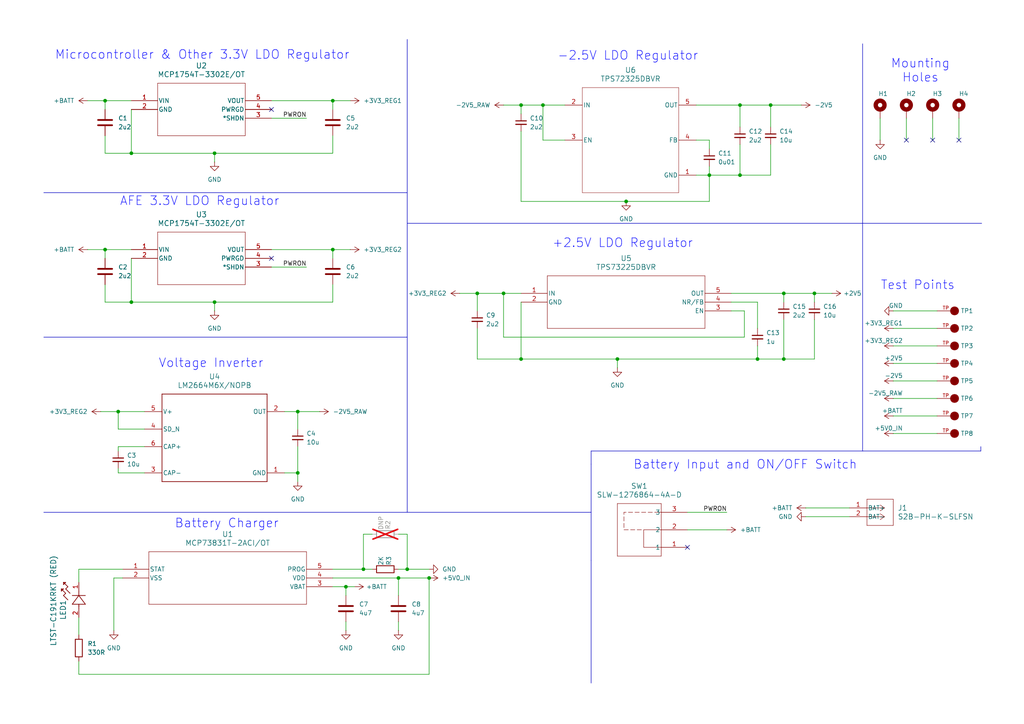
<source format=kicad_sch>
(kicad_sch (version 20250114) (generator "eeschema") (generator_version "9.0")
  (paper "A4")
  (lib_symbols
    (symbol "HANDS-EMG-BOARD:+2V5" (power) (pin_numbers (hide yes)) (pin_names (offset 0) (hide yes))
      (property "Value" "+2V5" (at 0 3.556 0))
      (symbol "+2V5_1_1"
        (pin power_in line (at 0 0 90) (length 0) (name "~") (number "1"))
      )
    )
    (symbol "HANDS-EMG-BOARD:+3V3_REG1" (power) (pin_numbers (hide yes)) (pin_names (offset 0) (hide yes))
      (property "Value" "+3V3_REG1" (at 0 3.556 0))
      (symbol "+3V3_REG1_1_1"
        (pin power_in line (at 0 0 90) (length 0) (name "~") (number "1"))
      )
    )
    (symbol "HANDS-EMG-BOARD:+3V3_REG2" (power) (pin_numbers (hide yes)) (pin_names (offset 0) (hide yes))
      (property "Value" "+3V3_REG2" (at 0 3.556 0))
      (symbol "+3V3_REG2_1_1"
        (pin power_in line (at 0 0 90) (length 0) (name "~") (number "1"))
      )
    )
    (symbol "HANDS-EMG-BOARD:+5V0_IN" (power) (pin_numbers (hide yes)) (pin_names (offset 0) (hide yes))
      (property "Value" "+5V0_IN" (at 0 3.556 0))
      (symbol "+5V0_IN_1_1"
        (pin power_in line (at 0 0 90) (length 0) (name "~") (number "1"))
      )
    )
    (symbol "HANDS-EMG-BOARD:+BATT" (power) (pin_numbers (hide yes)) (pin_names (offset 0) (hide yes))
      (property "Value" "+BATT" (at 0 3.556 0))
      (symbol "+BATT_1_1"
        (pin power_in line (at 0 0 90) (length 0) (name "~") (number "1"))
      )
    )
    (symbol "HANDS-EMG-BOARD:-2V5" (power) (pin_numbers (hide yes)) (pin_names (offset 0) (hide yes))
      (property "Value" "-2V5" (at 0 3.556 0))
      (symbol "-2V5_1_1"
        (pin power_in line (at 0 0 90) (length 0) (name "~") (number "1"))
      )
    )
    (symbol "HANDS-EMG-BOARD:-2V5_RAW" (power) (pin_numbers (hide yes)) (pin_names (offset 0) (hide yes))
      (property "Value" "-2V5_RAW" (at 0 3.556 0))
      (symbol "-2V5_RAW_1_1"
        (pin power_in line (at 0 0 90) (length 0) (name "~") (number "1"))
      )
    )
    (symbol "HANDS-EMG-BOARD:5015" (pin_names (offset 1.016))
      (property "Reference" "TP" (at -2.5444 2.5415 0))
      (property "Value" "5015" (at -2.55 -5.0866 0))
      (symbol "5015_0_0"
        (pin passive line (at -5.08 0 0) (length 5.08) (name "~") (number "TP"))
      )
    )
    (symbol "HANDS-EMG-BOARD:C" (pin_numbers (hide yes)) (pin_names (offset 0.254))
      (property "Reference" "C" (at 0.635 2.54 0))
      (property "Value" "C" (at 0.635 -2.54 0))
      (symbol "C_1_1"
        (pin passive line (at 0 3.81 270) (length 2.794) (name "~") (number "1"))
        (pin passive line (at 0 -3.81 90) (length 2.794) (name "~") (number "2"))
      )
    )
    (symbol "HANDS-EMG-BOARD:C_Small" (pin_numbers (hide yes)) (pin_names (offset 0.254) (hide yes))
      (property "Reference" "C" (at 0.254 1.778 0))
      (property "Value" "C_Small" (at 0.254 -2.032 0))
      (symbol "C_Small_1_1"
        (pin passive line (at 0 2.54 270) (length 2.032) (name "~") (number "1"))
        (pin passive line (at 0 -2.54 90) (length 2.032) (name "~") (number "2"))
      )
    )
    (symbol "HANDS-EMG-BOARD:GND" (power) (pin_numbers (hide yes)) (pin_names (offset 0) (hide yes))
      (property "Value" "GND" (at 0 -3.81 0))
      (symbol "GND_1_1"
        (pin power_in line (at 0 0 270) (length 0) (name "~") (number "1"))
      )
    )
    (symbol "HANDS-EMG-BOARD:LM2664M6X_NOPB" (pin_names (offset 0.254))
      (property "Reference" "U" (at 0 2.54 0))
      (property "Value" "LM2664M6X/NOPB" (at 0 0 0))
      (symbol "LM2664M6X_NOPB_0_1"
        (pin power_in line (at -20.32 7.62 0) (length 5.08) (name "V+") (number "5"))
        (pin input line (at -20.32 2.54 0) (length 5.08) (name "SD_N") (number "4"))
        (pin power_in line (at -20.32 -2.54 0) (length 5.08) (name "CAP+") (number "6"))
        (pin power_in line (at -20.32 -10.16 0) (length 5.08) (name "CAP-") (number "3"))
        (pin power_in line (at 20.32 7.62 180) (length 5.08) (name "OUT") (number "2"))
        (pin power_in line (at 20.32 -10.16 180) (length 5.08) (name "GND") (number "1"))
      )
    )
    (symbol "HANDS-EMG-BOARD:LTST-C191KRKT" (pin_names (offset 0.254))
      (property "Reference" "LED" (at 5.08 -4.445 0))
      (property "Value" "LTST-C191KRKT" (at 5.08 -7.62 0))
      (symbol "LTST-C191KRKT_1_1"
        (pin unspecified line (at 0 0 0) (length 2.54) (name "") (number "2"))
        (pin unspecified line (at 10.16 0 180) (length 2.54) (name "") (number "1"))
      )
      (symbol "LTST-C191KRKT_1_2"
        (pin unspecified line (at 0 10.16 270) (length 2.54) (name "") (number "1"))
        (pin unspecified line (at 0 0 90) (length 2.54) (name "") (number "2"))
      )
    )
    (symbol "HANDS-EMG-BOARD:MCP1754T-3302E_OT" (pin_names (offset 0.254))
      (property "Reference" "U" (at 20.32 10.16 0))
      (property "Value" "MCP1754T-3302E/OT" (at 20.32 7.62 0))
      (symbol "MCP1754T-3302E_OT_0_1"
        (pin input line (at 0 0 0) (length 7.62) (name "VIN") (number "1"))
        (pin power_in line (at 0 -2.54 0) (length 7.62) (name "GND") (number "2"))
        (pin output line (at 40.64 0 180) (length 7.62) (name "VOUT") (number "5"))
        (pin output line (at 40.64 -2.54 180) (length 7.62) (name "PWRGD") (number "4"))
        (pin input line (at 40.64 -5.08 180) (length 7.62) (name "*SHDN") (number "3"))
      )
    )
    (symbol "HANDS-EMG-BOARD:MCP73831T-2ACI_OT" (pin_names (offset 0.254))
      (property "Reference" "U" (at 30.48 10.16 0))
      (property "Value" "MCP73831T-2ACI/OT" (at 30.48 7.62 0))
      (symbol "MCP73831T-2ACI_OT_0_1"
        (pin unspecified line (at 0 0 0) (length 7.62) (name "STAT") (number "1"))
        (pin unspecified line (at 0 -2.54 0) (length 7.62) (name "VSS") (number "2"))
        (pin unspecified line (at 60.96 0 180) (length 7.62) (name "PROG") (number "5"))
        (pin unspecified line (at 60.96 -2.54 180) (length 7.62) (name "VDD") (number "4"))
        (pin unspecified line (at 60.96 -5.08 180) (length 7.62) (name "VBAT") (number "3"))
      )
    )
    (symbol "HANDS-EMG-BOARD:R" (pin_numbers (hide yes)) (pin_names (offset 0))
      (property "Reference" "R" (at 2.032 0 90))
      (property "Value" "R" (at 0 0 90))
      (symbol "R_1_1"
        (pin passive line (at 0 3.81 270) (length 1.27) (name "~") (number "1"))
        (pin passive line (at 0 -3.81 90) (length 1.27) (name "~") (number "2"))
      )
    )
    (symbol "HANDS-EMG-BOARD:S2B-PH-K-SLFSN" (pin_names (offset 0.254))
      (property "Reference" "J" (at 8.89 6.35 0))
      (property "Value" "S2B-PH-K-SLFSN" (at 0 0 0))
      (symbol "S2B-PH-K-SLFSN_1_1"
        (pin unspecified line (at 0 0 0) (length 5.08) (name "BAT+") (number "1"))
        (pin unspecified line (at 0 -2.54 0) (length 5.08) (name "BAT-") (number "2"))
      )
      (symbol "S2B-PH-K-SLFSN_1_2"
        (pin unspecified line (at 0 0 0) (length 5.08) (name "BAT+") (number "1"))
        (pin unspecified line (at 0 -2.54 0) (length 5.08) (name "BAT-") (number "2"))
      )
    )
    (symbol "HANDS-EMG-BOARD:SLW-1276864-4A-D" (pin_names (offset 0.254))
      (property "Reference" "SW" (at 20.32 7.62 0))
      (property "Value" "SLW-1276864-4A-D" (at 20.32 5.08 0))
      (symbol "SLW-1276864-4A-D_0_1"
        (pin unspecified line (at 0 0 0) (length 7.62) (name "1") (number "1"))
        (pin unspecified line (at 0 -5.08 0) (length 7.62) (name "2") (number "2"))
        (pin unspecified line (at 0 -10.16 0) (length 7.62) (name "3") (number "3"))
      )
    )
    (symbol "HANDS-EMG-BOARD:TPS72325DBVR" (pin_names (offset 0.254))
      (property "Reference" "U" (at 0 2.54 0))
      (property "Value" "TPS72325DBVR" (at 0 0 0))
      (symbol "TPS72325DBVR_0_1"
        (pin power_in line (at -17.78 10.16 0) (length 5.08) (name "IN") (number "2"))
        (pin input line (at -17.78 0 0) (length 5.08) (name "EN") (number "3"))
        (pin power_in line (at 20.32 10.16 180) (length 5.08) (name "OUT") (number "5"))
        (pin input line (at 20.32 0 180) (length 5.08) (name "FB") (number "4"))
        (pin power_in line (at 20.32 -10.16 180) (length 5.08) (name "GND") (number "1"))
      )
    )
    (symbol "HANDS-EMG-BOARD:TPS73225DBVR" (pin_names (offset 0.254))
      (property "Reference" "U" (at 30.48 10.16 0))
      (property "Value" "TPS73225DBVR" (at 30.48 7.62 0))
      (symbol "TPS73225DBVR_0_1"
        (pin input line (at 0 0 0) (length 7.62) (name "IN") (number "1"))
        (pin power_in line (at 0 -2.54 0) (length 7.62) (name "GND") (number "2"))
        (pin output line (at 60.96 0 180) (length 7.62) (name "OUT") (number "5"))
        (pin bidirectional line (at 60.96 -2.54 180) (length 7.62) (name "NR/FB") (number "4"))
        (pin unspecified line (at 60.96 -5.08 180) (length 7.62) (name "EN") (number "3"))
      )
    )
    (symbol "Mechanical:MountingHole_Pad" (pin_numbers (hide yes)) (pin_names (offset 1.016) (hide yes)) (exclude_from_sim yes) (in_bom no)
      (property "Reference" "H" (at 0 6.35 0))
      (property "Value" "MountingHole_Pad" (at 0 4.445 0))
      (symbol "MountingHole_Pad_1_1"
        (pin input line (at 0 -2.54 90) (length 2.54) (name "1") (number "1"))
      )
    )
  )
  (text "Battery Charger" (at 65.786 151.892 0) (effects (font (size 2.54 2.54))))
  (text "+2.5V LDO Regulator" (at 180.594 70.612 0) (effects (font (size 2.54 2.54))))
  (text "AFE 3.3V LDO Regulator" (at 57.912 58.42 0) (effects (font (size 2.54 2.54))))
  (text "Test Points" (at 266.192 82.804 0) (effects (font (size 2.54 2.54))))
  (text "Mounting\nHoles" (at 266.954 20.574 0) (effects (font (size 2.54 2.54))))
  (text "-2.5V LDO Regulator" (at 182.118 16.256 0) (effects (font (size 2.54 2.54))))
  (text "Voltage Inverter" (at 61.214 105.41 0) (effects (font (size 2.54 2.54))))
  (text "Microcontroller & Other 3.3V LDO Regulator" (at 58.674 16.002 0) (effects (font (size 2.54 2.54))))
  (text "Battery Input and ON/OFF Switch" (at 216.154 134.874 0) (effects (font (size 2.54 2.54))))
  (junction (at 100.33 170.18))
  (junction (at 179.07 104.14))
  (junction (at 62.23 44.45))
  (junction (at 138.43 85.09))
  (junction (at 227.33 104.14))
  (junction (at 86.36 119.38))
  (junction (at 30.48 72.39))
  (junction (at 219.71 104.14))
  (junction (at 30.48 29.21))
  (junction (at 205.74 50.8))
  (junction (at 157.48 30.48))
  (junction (at 105.41 165.1))
  (junction (at 96.52 72.39))
  (junction (at 62.23 87.63))
  (junction (at 146.05 85.09))
  (junction (at 38.1 44.45))
  (junction (at 96.52 29.21))
  (junction (at 214.63 50.8))
  (junction (at 115.57 167.64))
  (junction (at 181.61 58.42))
  (junction (at 118.11 165.1))
  (junction (at 236.22 85.09))
  (junction (at 34.29 119.38))
  (junction (at 86.36 137.16))
  (junction (at 124.46 167.64))
  (junction (at 223.52 30.48))
  (junction (at 151.13 104.14))
  (junction (at 214.63 30.48))
  (junction (at 151.13 30.48))
  (junction (at 38.1 87.63))
  (junction (at 227.33 85.09))
  (no_connect (at 78.74 74.93))
  (no_connect (at 270.51 40.64))
  (no_connect (at 278.13 40.64))
  (no_connect (at 262.89 40.64))
  (no_connect (at 78.74 31.75))
  (no_connect (at 199.39 158.75))
  (wire (pts (xy 146.05 30.48) (xy 151.13 30.48)))
  (polyline (pts (xy 171.45 130.81) (xy 284.48 130.81)))
  (wire (pts (xy 96.52 29.21) (xy 96.52 31.75)))
  (wire (pts (xy 22.86 168.91) (xy 22.86 165.1)))
  (wire (pts (xy 35.56 167.64) (xy 33.02 167.64)))
  (wire (pts (xy 96.52 165.1) (xy 105.41 165.1)))
  (wire (pts (xy 86.36 137.16) (xy 86.36 139.7)))
  (wire (pts (xy 30.48 72.39) (xy 38.1 72.39)))
  (wire (pts (xy 30.48 87.63) (xy 38.1 87.63)))
  (wire (pts (xy 138.43 104.14) (xy 151.13 104.14)))
  (wire (pts (xy 227.33 104.14) (xy 236.22 104.14)))
  (wire (pts (xy 205.74 40.64) (xy 205.74 43.18)))
  (wire (pts (xy 41.91 124.46) (xy 34.29 124.46)))
  (wire (pts (xy 201.93 40.64) (xy 205.74 40.64)))
  (wire (pts (xy 62.23 44.45) (xy 62.23 46.99)))
  (wire (pts (xy 201.93 30.48) (xy 214.63 30.48)))
  (wire (pts (xy 138.43 95.25) (xy 138.43 104.14)))
  (wire (pts (xy 205.74 58.42) (xy 181.61 58.42)))
  (polyline (pts (xy 284.48 129.54) (xy 284.48 130.81)))
  (wire (pts (xy 41.91 137.16) (xy 34.29 137.16)))
  (wire (pts (xy 157.48 30.48) (xy 163.83 30.48)))
  (wire (pts (xy 34.29 129.54) (xy 41.91 129.54)))
  (wire (pts (xy 163.83 40.64) (xy 157.48 40.64)))
  (wire (pts (xy 259.08 105.41) (xy 271.78 105.41)))
  (wire (pts (xy 236.22 85.09) (xy 236.22 87.63)))
  (wire (pts (xy 223.52 30.48) (xy 223.52 36.83)))
  (wire (pts (xy 157.48 40.64) (xy 157.48 30.48)))
  (wire (pts (xy 259.08 115.57) (xy 271.78 115.57)))
  (wire (pts (xy 124.46 167.64) (xy 124.46 195.58)))
  (wire (pts (xy 100.33 170.18) (xy 100.33 172.72)))
  (wire (pts (xy 214.63 30.48) (xy 223.52 30.48)))
  (wire (pts (xy 181.61 58.42) (xy 151.13 58.42)))
  (wire (pts (xy 146.05 85.09) (xy 151.13 85.09)))
  (wire (pts (xy 219.71 100.33) (xy 219.71 104.14)))
  (wire (pts (xy 124.46 195.58) (xy 22.86 195.58)))
  (polyline (pts (xy 12.7 148.59) (xy 118.11 148.59)))
  (wire (pts (xy 38.1 87.63) (xy 62.23 87.63)))
  (wire (pts (xy 100.33 170.18) (xy 102.87 170.18)))
  (wire (pts (xy 30.48 39.37) (xy 30.48 44.45)))
  (wire (pts (xy 205.74 48.26) (xy 205.74 50.8)))
  (wire (pts (xy 270.51 34.29) (xy 270.51 40.64)))
  (wire (pts (xy 30.48 29.21) (xy 30.48 31.75)))
  (wire (pts (xy 259.08 100.33) (xy 271.78 100.33)))
  (wire (pts (xy 96.52 72.39) (xy 96.52 74.93)))
  (wire (pts (xy 205.74 50.8) (xy 214.63 50.8)))
  (wire (pts (xy 259.08 120.65) (xy 271.78 120.65)))
  (wire (pts (xy 215.9 97.79) (xy 146.05 97.79)))
  (wire (pts (xy 255.27 34.29) (xy 255.27 40.64)))
  (wire (pts (xy 223.52 30.48) (xy 232.41 30.48)))
  (wire (pts (xy 215.9 90.17) (xy 215.9 97.79)))
  (wire (pts (xy 219.71 104.14) (xy 227.33 104.14)))
  (wire (pts (xy 62.23 87.63) (xy 96.52 87.63)))
  (wire (pts (xy 107.95 154.94) (xy 105.41 154.94)))
  (polyline (pts (xy 118.11 11.43) (xy 118.11 147.32)))
  (wire (pts (xy 105.41 165.1) (xy 107.95 165.1)))
  (wire (pts (xy 118.11 154.94) (xy 115.57 154.94)))
  (wire (pts (xy 227.33 85.09) (xy 227.33 87.63)))
  (wire (pts (xy 96.52 44.45) (xy 96.52 39.37)))
  (wire (pts (xy 205.74 50.8) (xy 205.74 58.42)))
  (wire (pts (xy 262.89 34.29) (xy 262.89 40.64)))
  (polyline (pts (xy 118.11 148.59) (xy 171.45 148.59)))
  (wire (pts (xy 236.22 85.09) (xy 241.3 85.09)))
  (wire (pts (xy 115.57 180.34) (xy 115.57 182.88)))
  (wire (pts (xy 259.08 110.49) (xy 271.78 110.49)))
  (wire (pts (xy 78.74 34.29) (xy 88.9 34.29)))
  (wire (pts (xy 138.43 85.09) (xy 146.05 85.09)))
  (wire (pts (xy 34.29 124.46) (xy 34.29 119.38)))
  (wire (pts (xy 78.74 77.47) (xy 88.9 77.47)))
  (wire (pts (xy 34.29 130.81) (xy 34.29 129.54)))
  (wire (pts (xy 29.21 119.38) (xy 34.29 119.38)))
  (wire (pts (xy 96.52 72.39) (xy 101.6 72.39)))
  (wire (pts (xy 259.08 95.25) (xy 271.78 95.25)))
  (polyline (pts (xy 250.19 12.7) (xy 250.19 130.81)))
  (wire (pts (xy 78.74 29.21) (xy 96.52 29.21)))
  (wire (pts (xy 151.13 104.14) (xy 179.07 104.14)))
  (wire (pts (xy 22.86 191.77) (xy 22.86 195.58)))
  (wire (pts (xy 151.13 87.63) (xy 151.13 104.14)))
  (wire (pts (xy 179.07 104.14) (xy 179.07 106.68)))
  (wire (pts (xy 212.09 90.17) (xy 215.9 90.17)))
  (wire (pts (xy 214.63 30.48) (xy 214.63 36.83)))
  (wire (pts (xy 62.23 87.63) (xy 62.23 90.17)))
  (wire (pts (xy 86.36 137.16) (xy 86.36 129.54)))
  (wire (pts (xy 86.36 119.38) (xy 86.36 124.46)))
  (wire (pts (xy 86.36 119.38) (xy 92.71 119.38)))
  (polyline (pts (xy 118.11 64.77) (xy 250.19 64.77)))
  (wire (pts (xy 214.63 50.8) (xy 223.52 50.8)))
  (wire (pts (xy 214.63 41.91) (xy 214.63 50.8)))
  (wire (pts (xy 62.23 44.45) (xy 96.52 44.45)))
  (wire (pts (xy 118.11 165.1) (xy 124.46 165.1)))
  (wire (pts (xy 38.1 44.45) (xy 62.23 44.45)))
  (wire (pts (xy 30.48 82.55) (xy 30.48 87.63)))
  (wire (pts (xy 227.33 85.09) (xy 236.22 85.09)))
  (wire (pts (xy 96.52 87.63) (xy 96.52 82.55)))
  (wire (pts (xy 201.93 50.8) (xy 205.74 50.8)))
  (wire (pts (xy 38.1 74.93) (xy 38.1 87.63)))
  (wire (pts (xy 151.13 30.48) (xy 157.48 30.48)))
  (wire (pts (xy 96.52 170.18) (xy 100.33 170.18)))
  (wire (pts (xy 227.33 92.71) (xy 227.33 104.14)))
  (wire (pts (xy 212.09 85.09) (xy 227.33 85.09)))
  (polyline (pts (xy 118.11 148.59) (xy 118.11 147.32)))
  (wire (pts (xy 219.71 87.63) (xy 212.09 87.63)))
  (polyline (pts (xy 171.45 134.62) (xy 171.45 162.56)))
  (wire (pts (xy 219.71 95.25) (xy 219.71 87.63)))
  (wire (pts (xy 34.29 119.38) (xy 41.91 119.38)))
  (polyline (pts (xy 171.45 162.56) (xy 171.45 198.12)))
  (wire (pts (xy 151.13 30.48) (xy 151.13 33.02)))
  (wire (pts (xy 133.35 85.09) (xy 138.43 85.09)))
  (polyline (pts (xy 12.7 55.88) (xy 118.11 55.88)))
  (wire (pts (xy 82.55 137.16) (xy 86.36 137.16)))
  (wire (pts (xy 30.48 44.45) (xy 38.1 44.45)))
  (wire (pts (xy 138.43 85.09) (xy 138.43 90.17)))
  (wire (pts (xy 179.07 104.14) (xy 219.71 104.14)))
  (wire (pts (xy 25.4 72.39) (xy 30.48 72.39)))
  (wire (pts (xy 22.86 165.1) (xy 35.56 165.1)))
  (wire (pts (xy 146.05 97.79) (xy 146.05 85.09)))
  (wire (pts (xy 105.41 154.94) (xy 105.41 165.1)))
  (wire (pts (xy 34.29 137.16) (xy 34.29 135.89)))
  (wire (pts (xy 118.11 154.94) (xy 118.11 165.1)))
  (wire (pts (xy 96.52 29.21) (xy 101.6 29.21)))
  (wire (pts (xy 100.33 180.34) (xy 100.33 182.88)))
  (polyline (pts (xy 250.19 64.77) (xy 284.734 64.77)))
  (wire (pts (xy 25.4 29.21) (xy 30.48 29.21)))
  (polyline (pts (xy 12.7 97.79) (xy 118.11 97.79)))
  (wire (pts (xy 22.86 179.07) (xy 22.86 184.15)))
  (wire (pts (xy 33.02 167.64) (xy 33.02 182.88)))
  (wire (pts (xy 233.68 147.32) (xy 246.38 147.32)))
  (wire (pts (xy 199.39 148.59) (xy 210.82 148.59)))
  (wire (pts (xy 96.52 167.64) (xy 115.57 167.64)))
  (wire (pts (xy 259.08 125.73) (xy 271.78 125.73)))
  (wire (pts (xy 115.57 165.1) (xy 118.11 165.1)))
  (wire (pts (xy 151.13 58.42) (xy 151.13 38.1)))
  (wire (pts (xy 30.48 29.21) (xy 38.1 29.21)))
  (wire (pts (xy 223.52 41.91) (xy 223.52 50.8)))
  (wire (pts (xy 82.55 119.38) (xy 86.36 119.38)))
  (wire (pts (xy 115.57 167.64) (xy 115.57 172.72)))
  (wire (pts (xy 278.13 34.29) (xy 278.13 40.64)))
  (wire (pts (xy 259.08 90.17) (xy 271.78 90.17)))
  (wire (pts (xy 78.74 72.39) (xy 96.52 72.39)))
  (wire (pts (xy 115.57 167.64) (xy 124.46 167.64)))
  (wire (pts (xy 38.1 31.75) (xy 38.1 44.45)))
  (wire (pts (xy 236.22 104.14) (xy 236.22 92.71)))
  (wire (pts (xy 233.68 149.86) (xy 246.38 149.86)))
  (polyline (pts (xy 171.45 134.62) (xy 171.45 130.81)))
  (wire (pts (xy 199.39 153.67) (xy 210.82 153.67)))
  (wire (pts (xy 30.48 72.39) (xy 30.48 74.93)))
  (label "PWRON" (at 88.9 77.47 180))
  (label "PWRON" (at 88.9 34.29 180))
  (label "PWRON" (at 210.82 148.59 180))
  (symbol (lib_id "HANDS-EMG-BOARD:R") (at 111.76 165.1 270) (unit 1)
    (property "Reference" "R3" (at 112.776 161.29 0) (effects (justify left)))
    (property "Value" "2K" (at 110.49 161.29 0) (effects (justify left)))
    (property "Footprint" "Resistor_SMD:R_0603_1608Metric" (effects (hide yes)))
    (property "Description" "Resistor" (effects (hide yes)))
  )
  (symbol (lib_id "HANDS-EMG-BOARD:+BATT") (at 25.4 72.39 90) (unit 1)
    (property "Reference" "#PWR02" (effects (hide yes)))
    (property "Value" "+BATT" (at 21.59 72.3899 90) (effects (justify left)))
    (property "Description" "Power symbol creates a global label with name \"+BATT\"" (effects (hide yes)))
  )
  (symbol (lib_id "HANDS-EMG-BOARD:C_Small") (at 214.63 39.37 0) (unit 1)
    (property "Reference" "C12" (at 217.17 38.1062 0) (effects (justify left)))
    (property "Value" "2u2" (at 217.17 40.6462 0) (effects (justify left)))
    (property "Footprint" "Capacitor_SMD:C_0402_1005Metric" (effects (hide yes)))
    (property "Description" "Unpolarized capacitor, small symbol" (effects (hide yes)))
  )
  (symbol (lib_id "HANDS-EMG-BOARD:TPS73225DBVR") (at 151.13 85.09 0) (unit 1)
    (property "Reference" "U5" (at 181.61 74.93 0) (effects (font (size 1.524 1.524))))
    (property "Value" "TPS73225DBVR" (at 181.61 77.47 0) (effects (font (size 1.524 1.524))))
    (property "Footprint" "HANDS-EMG-BOARD:TPS73225DBVR" (effects (hide yes)))
    (property "Datasheet" "https://www.ti.com/lit/ds/sbvs037p/sbvs037p.pdf" (effects (hide yes)))
    (property "Description" "Linear Voltage Regulator IC Positive Fixed 1 Output 250mA SOT-23-5" (effects (hide yes)))
  )
  (symbol (lib_id "HANDS-EMG-BOARD:5015") (at 276.86 115.57 0) (unit 1)
    (property "Reference" "TP6" (at 278.638 115.57 0) (effects (justify left)))
    (property "Value" "5015" (effects (hide yes)))
    (property "Footprint" "HANDS-EMG-BOARD:5015" (effects (hide yes)))
    (property "Datasheet" "https://www.keyelco.com/userAssets/file/M65p55.pdf" (effects (hide yes)))
    (property "Description" "PC Test Point, Miniature Phosphor Bronze Silver Plating Surface Mount Mounting Type" (effects (hide yes)))
    (property "PARTREV" "F" (effects (hide yes)))
    (property "MANUFACTURER" "Keystone Electronics" (effects (hide yes)))
    (property "SNAPEDA_PN" "5015" (effects (hide yes)))
    (property "MAXIMUM_PACKAGE_HEIGHT" "1.52 mm" (effects (hide yes)))
    (property "STANDARD" "Manufacturer Recommendations" (effects (hide yes)))
  )
  (symbol (lib_id "HANDS-EMG-BOARD:R") (at 111.76 154.94 270) (unit 1) (dnp yes)
    (property "Reference" "R2" (at 112.522 150.876 0) (effects (justify left)))
    (property "Value" "DNP" (at 110.49 149.606 0) (effects (justify left)))
    (property "Footprint" "Resistor_SMD:R_0603_1608Metric" (effects (hide yes)))
    (property "Description" "Resistor" (effects (hide yes)))
  )
  (symbol (lib_id "HANDS-EMG-BOARD:C_Small") (at 34.29 133.35 0) (unit 1)
    (property "Reference" "C3" (at 36.83 132.0862 0) (effects (justify left)))
    (property "Value" "10u" (at 36.83 134.6262 0) (effects (justify left)))
    (property "Footprint" "Capacitor_SMD:C_0603_1608Metric" (effects (hide yes)))
    (property "Description" "Unpolarized capacitor, small symbol" (effects (hide yes)))
  )
  (symbol (lib_id "HANDS-EMG-BOARD:C_Small") (at 86.36 127 0) (unit 1)
    (property "Reference" "C4" (at 88.9 125.7362 0) (effects (justify left)))
    (property "Value" "10u" (at 88.9 128.2762 0) (effects (justify left)))
    (property "Footprint" "Capacitor_SMD:C_0603_1608Metric" (effects (hide yes)))
    (property "Description" "Unpolarized capacitor, small symbol" (effects (hide yes)))
  )
  (symbol (lib_id "HANDS-EMG-BOARD:SLW-1276864-4A-D") (at 199.39 158.75 180) (unit 1)
    (property "Reference" "SW1" (at 185.42 140.97 0) (effects (font (size 1.524 1.524))))
    (property "Value" "SLW-1276864-4A-D" (at 185.42 143.51 0) (effects (font (size 1.524 1.524))))
    (property "Footprint" "HANDS-EMG-BOARD:SLW-1276864-4A-D" (effects (hide yes)))
    (property "Datasheet" "https://www.cuidevices.com/product/resource/digikeypdf/slw-1276864-4a-d.pdf" (effects (hide yes)))
    (property "Description" "Slide Switch SPDT Through Hole" (effects (hide yes)))
  )
  (symbol (lib_id "HANDS-EMG-BOARD:GND") (at 62.23 46.99 0) (unit 1)
    (property "Reference" "#PWR05" (effects (hide yes)))
    (property "Value" "GND" (at 62.23 52.07 0))
    (property "Description" "Power symbol creates a global label with name \"GND\" , ground" (effects (hide yes)))
  )
  (symbol (lib_id "HANDS-EMG-BOARD:GND") (at 233.68 149.86 270) (unit 1)
    (property "Reference" "#PWR023" (effects (hide yes)))
    (property "Value" "GND" (at 229.87 149.8599 90) (effects (justify right)))
    (property "Description" "Power symbol creates a global label with name \"GND\" , ground" (effects (hide yes)))
  )
  (symbol (lib_id "HANDS-EMG-BOARD:LM2664M6X_NOPB") (at 62.23 127 0) (unit 1)
    (property "Reference" "U4" (at 62.23 109.22 0) (effects (font (size 1.524 1.524))))
    (property "Value" "LM2664M6X/NOPB" (at 62.23 111.76 0) (effects (font (size 1.524 1.524))))
    (property "Footprint" "HANDS-EMG-BOARD:LM2664M6X-NOPB" (effects (hide yes)))
    (property "Datasheet" "https://www.ti.com/general/docs/suppproductinfo.tsp?distId=10&gotoUrl=https%3A%2F%2Fwww.ti.com%2Flit%2Fgpn%2Flm2664" (effects (hide yes)))
    (property "Description" "Charge Pump Switching Regulator IC Positive or Negative Fixed -Vin, 2Vin 1 Output 40mA SOT-23-6" (effects (hide yes)))
  )
  (symbol (lib_id "HANDS-EMG-BOARD:C") (at 100.33 176.53 0) (unit 1)
    (property "Reference" "C7" (at 104.14 175.2599 0) (effects (justify left)))
    (property "Value" "4u7" (at 104.14 177.7999 0) (effects (justify left)))
    (property "Footprint" "Capacitor_SMD:C_0603_1608Metric" (effects (hide yes)))
    (property "Description" "Unpolarized capacitor" (effects (hide yes)))
  )
  (symbol (lib_id "HANDS-EMG-BOARD:5015") (at 276.86 95.25 0) (unit 1)
    (property "Reference" "TP2" (at 278.638 95.25 0) (effects (justify left)))
    (property "Value" "5015" (effects (hide yes)))
    (property "Footprint" "HANDS-EMG-BOARD:5015" (effects (hide yes)))
    (property "Datasheet" "https://www.keyelco.com/userAssets/file/M65p55.pdf" (effects (hide yes)))
    (property "Description" "PC Test Point, Miniature Phosphor Bronze Silver Plating Surface Mount Mounting Type" (effects (hide yes)))
    (property "PARTREV" "F" (effects (hide yes)))
    (property "MANUFACTURER" "Keystone Electronics" (effects (hide yes)))
    (property "SNAPEDA_PN" "5015" (effects (hide yes)))
    (property "MAXIMUM_PACKAGE_HEIGHT" "1.52 mm" (effects (hide yes)))
    (property "STANDARD" "Manufacturer Recommendations" (effects (hide yes)))
  )
  (symbol (lib_id "HANDS-EMG-BOARD:C") (at 30.48 78.74 0) (unit 1)
    (property "Reference" "C2" (at 34.29 77.4699 0) (effects (justify left)))
    (property "Value" "2u2" (at 34.29 80.0099 0) (effects (justify left)))
    (property "Footprint" "Capacitor_SMD:C_0402_1005Metric" (effects (hide yes)))
    (property "Description" "Unpolarized capacitor" (effects (hide yes)))
  )
  (symbol (lib_id "HANDS-EMG-BOARD:GND") (at 124.46 165.1 90) (unit 1)
    (property "Reference" "#PWR014" (effects (hide yes)))
    (property "Value" "GND" (at 128.27 165.0999 90) (effects (justify right)))
    (property "Description" "Power symbol creates a global label with name \"GND\" , ground" (effects (hide yes)))
  )
  (symbol (lib_id "HANDS-EMG-BOARD:TPS72325DBVR") (at 181.61 40.64 0) (unit 1)
    (property "Reference" "U6" (at 182.88 20.32 0) (effects (font (size 1.524 1.524))))
    (property "Value" "TPS72325DBVR" (at 182.88 22.86 0) (effects (font (size 1.524 1.524))))
    (property "Footprint" "HANDS-EMG-BOARD:TPS72325DBVR" (effects (hide yes)))
    (property "Datasheet" "https://www.ti.com/general/docs/suppproductinfo.tsp?distId=10&gotoUrl=https%3A%2F%2Fwww.ti.com%2Flit%2Fgpn%2Ftps723" (effects (hide yes)))
    (property "Description" "Linear Voltage Regulator IC Negative Fixed 1 Output 200mA SOT-23-5" (effects (hide yes)))
  )
  (symbol (lib_id "Mechanical:MountingHole_Pad") (at 262.89 31.75 0) (unit 1)
    (property "Reference" "H2" (at 262.89 27.178 0) (effects (justify left)))
    (property "Value" "MountingHole_Pad" (effects (hide yes)))
    (property "Footprint" "MountingHole:MountingHole_2.2mm_M2_Pad" (effects (hide yes)))
    (property "Description" "Mounting Hole with connection" (effects (hide yes)))
  )
  (symbol (lib_id "Mechanical:MountingHole_Pad") (at 255.27 31.75 0) (unit 1)
    (property "Reference" "H1" (at 254.762 27.1781 0) (effects (justify left)))
    (property "Value" "MountingHole_Pad" (effects (hide yes)))
    (property "Footprint" "MountingHole:MountingHole_2.2mm_M2_Pad" (effects (hide yes)))
    (property "Description" "Mounting Hole with connection" (effects (hide yes)))
  )
  (symbol (lib_id "HANDS-EMG-BOARD:C_Small") (at 151.13 35.56 0) (unit 1)
    (property "Reference" "C10" (at 153.67 34.2962 0) (effects (justify left)))
    (property "Value" "2u2" (at 153.67 36.8362 0) (effects (justify left)))
    (property "Footprint" "Capacitor_SMD:C_0402_1005Metric" (effects (hide yes)))
    (property "Description" "Unpolarized capacitor, small symbol" (effects (hide yes)))
  )
  (symbol (lib_id "HANDS-EMG-BOARD:C") (at 30.48 35.56 0) (unit 1)
    (property "Reference" "C1" (at 34.29 34.2899 0) (effects (justify left)))
    (property "Value" "2u2" (at 34.29 36.8299 0) (effects (justify left)))
    (property "Footprint" "Capacitor_SMD:C_0402_1005Metric" (effects (hide yes)))
    (property "Description" "Unpolarized capacitor" (effects (hide yes)))
  )
  (symbol (lib_id "HANDS-EMG-BOARD:GND") (at 86.36 139.7 0) (unit 1)
    (property "Reference" "#PWR07" (effects (hide yes)))
    (property "Value" "GND" (at 86.36 144.78 0))
    (property "Description" "Power symbol creates a global label with name \"GND\" , ground" (effects (hide yes)))
  )
  (symbol (lib_id "HANDS-EMG-BOARD:+2V5") (at 241.3 85.09 270) (unit 1)
    (property "Reference" "#PWR024" (effects (hide yes)))
    (property "Value" "+2V5" (at 244.602 85.09 90) (effects (justify left)))
    (property "Description" "Power symbol creates a global label with name \"+2V5\"" (effects (hide yes)))
  )
  (symbol (lib_id "HANDS-EMG-BOARD:5015") (at 276.86 120.65 0) (unit 1)
    (property "Reference" "TP7" (at 278.638 120.65 0) (effects (justify left)))
    (property "Value" "5015" (effects (hide yes)))
    (property "Footprint" "HANDS-EMG-BOARD:5015" (effects (hide yes)))
    (property "Datasheet" "https://www.keyelco.com/userAssets/file/M65p55.pdf" (effects (hide yes)))
    (property "Description" "PC Test Point, Miniature Phosphor Bronze Silver Plating Surface Mount Mounting Type" (effects (hide yes)))
    (property "PARTREV" "F" (effects (hide yes)))
    (property "MANUFACTURER" "Keystone Electronics" (effects (hide yes)))
    (property "SNAPEDA_PN" "5015" (effects (hide yes)))
    (property "MAXIMUM_PACKAGE_HEIGHT" "1.52 mm" (effects (hide yes)))
    (property "STANDARD" "Manufacturer Recommendations" (effects (hide yes)))
  )
  (symbol (lib_id "HANDS-EMG-BOARD:+3V3_REG2") (at 133.35 85.09 90) (unit 1)
    (property "Reference" "#PWR016" (effects (hide yes)))
    (property "Value" "+3V3_REG2" (at 129.54 85.0899 90) (effects (justify left)))
    (property "Description" "Power symbol creates a global label with name \"+3V3_REG2\"" (effects (hide yes)))
  )
  (symbol (lib_id "HANDS-EMG-BOARD:+2V5") (at 259.08 105.41 90) (unit 1)
    (property "Reference" "#PWR029" (effects (hide yes)))
    (property "Value" "+2V5" (at 261.874 103.886 90) (effects (justify left)))
    (property "Description" "Power symbol creates a global label with name \"+2V5\"" (effects (hide yes)))
  )
  (symbol (lib_id "HANDS-EMG-BOARD:5015") (at 276.86 100.33 0) (unit 1)
    (property "Reference" "TP3" (at 278.638 100.33 0) (effects (justify left)))
    (property "Value" "5015" (effects (hide yes)))
    (property "Footprint" "HANDS-EMG-BOARD:5015" (effects (hide yes)))
    (property "Datasheet" "https://www.keyelco.com/userAssets/file/M65p55.pdf" (effects (hide yes)))
    (property "Description" "PC Test Point, Miniature Phosphor Bronze Silver Plating Surface Mount Mounting Type" (effects (hide yes)))
    (property "PARTREV" "F" (effects (hide yes)))
    (property "MANUFACTURER" "Keystone Electronics" (effects (hide yes)))
    (property "SNAPEDA_PN" "5015" (effects (hide yes)))
    (property "MAXIMUM_PACKAGE_HEIGHT" "1.52 mm" (effects (hide yes)))
    (property "STANDARD" "Manufacturer Recommendations" (effects (hide yes)))
  )
  (symbol (lib_id "HANDS-EMG-BOARD:GND") (at 181.61 58.42 0) (unit 1)
    (property "Reference" "#PWR019" (effects (hide yes)))
    (property "Value" "GND" (at 181.61 63.5 0))
    (property "Description" "Power symbol creates a global label with name \"GND\" , ground" (effects (hide yes)))
  )
  (symbol (lib_id "HANDS-EMG-BOARD:C_Small") (at 227.33 90.17 0) (unit 1)
    (property "Reference" "C15" (at 229.87 88.9062 0) (effects (justify left)))
    (property "Value" "2u2" (at 229.87 91.4462 0) (effects (justify left)))
    (property "Footprint" "Capacitor_SMD:C_0402_1005Metric" (effects (hide yes)))
    (property "Description" "Unpolarized capacitor, small symbol" (effects (hide yes)))
  )
  (symbol (lib_id "HANDS-EMG-BOARD:+5V0_IN") (at 124.46 167.64 270) (unit 1)
    (property "Reference" "#PWR015" (effects (hide yes)))
    (property "Value" "+5V0_IN" (at 128.27 167.6399 90) (effects (justify left)))
    (property "Description" "Power symbol creates a global label with name \"+5V\"" (effects (hide yes)))
  )
  (symbol (lib_id "Mechanical:MountingHole_Pad") (at 270.51 31.75 0) (unit 1)
    (property "Reference" "H3" (at 270.51 27.178 0) (effects (justify left)))
    (property "Value" "MountingHole_Pad" (effects (hide yes)))
    (property "Footprint" "MountingHole:MountingHole_2.2mm_M2_Pad" (effects (hide yes)))
    (property "Description" "Mounting Hole with connection" (effects (hide yes)))
  )
  (symbol (lib_id "HANDS-EMG-BOARD:+BATT") (at 102.87 170.18 270) (unit 1)
    (property "Reference" "#PWR012" (effects (hide yes)))
    (property "Value" "+BATT" (at 106.172 170.18 90) (effects (justify left)))
    (property "Description" "Power symbol creates a global label with name \"+BATT\"" (effects (hide yes)))
  )
  (symbol (lib_id "Mechanical:MountingHole_Pad") (at 278.13 31.75 0) (unit 1)
    (property "Reference" "H4" (at 278.13 27.178 0) (effects (justify left)))
    (property "Value" "MountingHole_Pad" (effects (hide yes)))
    (property "Footprint" "MountingHole:MountingHole_2.2mm_M2_Pad" (effects (hide yes)))
    (property "Description" "Mounting Hole with connection" (effects (hide yes)))
  )
  (symbol (lib_id "HANDS-EMG-BOARD:C") (at 96.52 35.56 0) (unit 1)
    (property "Reference" "C5" (at 100.33 34.2899 0) (effects (justify left)))
    (property "Value" "2u2" (at 100.33 36.8299 0) (effects (justify left)))
    (property "Footprint" "Capacitor_SMD:C_0402_1005Metric" (effects (hide yes)))
    (property "Description" "Unpolarized capacitor" (effects (hide yes)))
  )
  (symbol (lib_id "HANDS-EMG-BOARD:-2V5") (at 259.08 110.49 90) (unit 1)
    (property "Reference" "#PWR030" (effects (hide yes)))
    (property "Value" "-2V5" (at 261.874 108.966 90) (effects (justify left)))
    (property "Description" "Power symbol creates a global label with name \"-2V5\"" (effects (hide yes)))
  )
  (symbol (lib_id "HANDS-EMG-BOARD:5015") (at 276.86 125.73 0) (unit 1)
    (property "Reference" "TP8" (at 278.638 125.73 0) (effects (justify left)))
    (property "Value" "5015" (effects (hide yes)))
    (property "Footprint" "HANDS-EMG-BOARD:5015" (effects (hide yes)))
    (property "Datasheet" "https://www.keyelco.com/userAssets/file/M65p55.pdf" (effects (hide yes)))
    (property "Description" "PC Test Point, Miniature Phosphor Bronze Silver Plating Surface Mount Mounting Type" (effects (hide yes)))
    (property "PARTREV" "F" (effects (hide yes)))
    (property "MANUFACTURER" "Keystone Electronics" (effects (hide yes)))
    (property "SNAPEDA_PN" "5015" (effects (hide yes)))
    (property "MAXIMUM_PACKAGE_HEIGHT" "1.52 mm" (effects (hide yes)))
    (property "STANDARD" "Manufacturer Recommendations" (effects (hide yes)))
  )
  (symbol (lib_id "HANDS-EMG-BOARD:GND") (at 179.07 106.68 0) (unit 1)
    (property "Reference" "#PWR018" (effects (hide yes)))
    (property "Value" "GND" (at 179.07 111.76 0))
    (property "Description" "Power symbol creates a global label with name \"GND\" , ground" (effects (hide yes)))
  )
  (symbol (lib_id "HANDS-EMG-BOARD:GND") (at 255.27 40.64 0) (unit 1)
    (property "Reference" "#PWR025" (effects (hide yes)))
    (property "Value" "GND" (at 255.27 45.72 0))
    (property "Description" "Power symbol creates a global label with name \"GND\" , ground" (effects (hide yes)))
  )
  (symbol (lib_id "HANDS-EMG-BOARD:C") (at 115.57 176.53 0) (unit 1)
    (property "Reference" "C8" (at 119.38 175.2599 0) (effects (justify left)))
    (property "Value" "4u7" (at 119.38 177.7999 0) (effects (justify left)))
    (property "Footprint" "Capacitor_SMD:C_0603_1608Metric" (effects (hide yes)))
    (property "Description" "Unpolarized capacitor" (effects (hide yes)))
  )
  (symbol (lib_id "HANDS-EMG-BOARD:S2B-PH-K-SLFSN") (at 246.38 147.32 0) (unit 1)
    (property "Reference" "J1" (at 260.35 147.3199 0) (effects (font (size 1.524 1.524)) (justify left)))
    (property "Value" "S2B-PH-K-SLFSN" (at 260.35 149.8599 0) (effects (font (size 1.524 1.524)) (justify left)))
    (property "Footprint" "HANDS-EMG-BOARD:S2B-PH-K-S" (effects (hide yes)))
    (property "Datasheet" "https://www.jst-mfg.com/product/pdf/eng/ePH.pdf" (effects (hide yes)))
    (property "Description" "Connector Header Through Hole, Right Angle 2 position 0.079\" (2.00mm)" (effects (hide yes)))
  )
  (symbol (lib_id "HANDS-EMG-BOARD:GND") (at 33.02 182.88 0) (unit 1)
    (property "Reference" "#PWR04" (effects (hide yes)))
    (property "Value" "GND" (at 33.02 187.96 0))
    (property "Description" "Power symbol creates a global label with name \"GND\" , ground" (effects (hide yes)))
  )
  (symbol (lib_id "HANDS-EMG-BOARD:+BATT") (at 259.08 120.65 90) (unit 1)
    (property "Reference" "#PWR032" (effects (hide yes)))
    (property "Value" "+BATT" (at 261.874 119.126 90) (effects (justify left)))
    (property "Description" "Power symbol creates a global label with name \"+BATT\"" (effects (hide yes)))
  )
  (symbol (lib_id "HANDS-EMG-BOARD:5015") (at 276.86 110.49 0) (unit 1)
    (property "Reference" "TP5" (at 278.638 110.49 0) (effects (justify left)))
    (property "Value" "5015" (effects (hide yes)))
    (property "Footprint" "HANDS-EMG-BOARD:5015" (effects (hide yes)))
    (property "Datasheet" "https://www.keyelco.com/userAssets/file/M65p55.pdf" (effects (hide yes)))
    (property "Description" "PC Test Point, Miniature Phosphor Bronze Silver Plating Surface Mount Mounting Type" (effects (hide yes)))
    (property "PARTREV" "F" (effects (hide yes)))
    (property "MANUFACTURER" "Keystone Electronics" (effects (hide yes)))
    (property "SNAPEDA_PN" "5015" (effects (hide yes)))
    (property "MAXIMUM_PACKAGE_HEIGHT" "1.52 mm" (effects (hide yes)))
    (property "STANDARD" "Manufacturer Recommendations" (effects (hide yes)))
  )
  (symbol (lib_id "HANDS-EMG-BOARD:-2V5") (at 232.41 30.48 270) (unit 1)
    (property "Reference" "#PWR021" (effects (hide yes)))
    (property "Value" "-2V5" (at 236.22 30.4799 90) (effects (justify left)))
    (property "Description" "Power symbol creates a global label with name \"-2V5\"" (effects (hide yes)))
  )
  (symbol (lib_id "HANDS-EMG-BOARD:C_Small") (at 236.22 90.17 0) (unit 1)
    (property "Reference" "C16" (at 238.76 88.9062 0) (effects (justify left)))
    (property "Value" "10u" (at 238.76 91.4462 0) (effects (justify left)))
    (property "Footprint" "Capacitor_SMD:C_0603_1608Metric" (effects (hide yes)))
    (property "Description" "Unpolarized capacitor, small symbol" (effects (hide yes)))
  )
  (symbol (lib_id "HANDS-EMG-BOARD:LTST-C191KRKT") (at 22.86 179.07 90) (unit 1)
    (property "Reference" "LED1" (at 18.288 173.99 0) (effects (font (size 1.524 1.524)) (justify right)))
    (property "Value" "LTST-C191KRKT (RED)" (at 15.494 161.036 0) (effects (font (size 1.524 1.524)) (justify right)))
    (property "Footprint" "HANDS-EMG-BOARD:LTST-C191KRKT" (effects (hide yes)))
    (property "Datasheet" "https://optoelectronics.liteon.com/upload/download/DS22-2000-223/LTST-C191KRKT.PDF" (effects (hide yes)))
    (property "Description" "Red 631nm LED Indication - Discrete 2V 0603 (1608 Metric)" (effects (hide yes)))
  )
  (symbol (lib_id "HANDS-EMG-BOARD:GND") (at 100.33 182.88 0) (unit 1)
    (property "Reference" "#PWR09" (effects (hide yes)))
    (property "Value" "GND" (at 100.33 187.96 0))
    (property "Description" "Power symbol creates a global label with name \"GND\" , ground" (effects (hide yes)))
  )
  (symbol (lib_id "HANDS-EMG-BOARD:GND") (at 259.08 90.17 270) (unit 1)
    (property "Reference" "#PWR026" (effects (hide yes)))
    (property "Value" "GND" (at 261.874 88.646 90) (effects (justify right)))
    (property "Description" "Power symbol creates a global label with name \"GND\" , ground" (effects (hide yes)))
  )
  (symbol (lib_id "HANDS-EMG-BOARD:5015") (at 276.86 90.17 0) (unit 1)
    (property "Reference" "TP1" (at 278.638 90.17 0) (effects (justify left)))
    (property "Value" "5015" (effects (hide yes)))
    (property "Footprint" "HANDS-EMG-BOARD:5015" (effects (hide yes)))
    (property "Datasheet" "https://www.keyelco.com/userAssets/file/M65p55.pdf" (effects (hide yes)))
    (property "Description" "PC Test Point, Miniature Phosphor Bronze Silver Plating Surface Mount Mounting Type" (effects (hide yes)))
    (property "PARTREV" "F" (effects (hide yes)))
    (property "MANUFACTURER" "Keystone Electronics" (effects (hide yes)))
    (property "SNAPEDA_PN" "5015" (effects (hide yes)))
    (property "MAXIMUM_PACKAGE_HEIGHT" "1.52 mm" (effects (hide yes)))
    (property "STANDARD" "Manufacturer Recommendations" (effects (hide yes)))
  )
  (symbol (lib_id "HANDS-EMG-BOARD:+5V0_IN") (at 259.08 125.73 90) (unit 1)
    (property "Reference" "#PWR033" (effects (hide yes)))
    (property "Value" "+5V0_IN" (at 261.874 124.206 90) (effects (justify left)))
    (property "Description" "Power symbol creates a global label with name \"+5V\"" (effects (hide yes)))
  )
  (symbol (lib_id "HANDS-EMG-BOARD:+BATT") (at 210.82 153.67 270) (unit 1)
    (property "Reference" "#PWR020" (effects (hide yes)))
    (property "Value" "+BATT" (at 214.63 153.6699 90) (effects (justify left)))
    (property "Description" "Power symbol creates a global label with name \"+BATT\"" (effects (hide yes)))
  )
  (symbol (lib_id "HANDS-EMG-BOARD:R") (at 22.86 187.96 0) (unit 1)
    (property "Reference" "R1" (at 25.4 186.6899 0) (effects (justify left)))
    (property "Value" "330R" (at 25.4 189.2299 0) (effects (justify left)))
    (property "Footprint" "Resistor_SMD:R_0603_1608Metric" (effects (hide yes)))
    (property "Description" "Resistor" (effects (hide yes)))
  )
  (symbol (lib_id "HANDS-EMG-BOARD:C_Small") (at 138.43 92.71 0) (unit 1)
    (property "Reference" "C9" (at 140.97 91.4462 0) (effects (justify left)))
    (property "Value" "2u2" (at 140.97 93.9862 0) (effects (justify left)))
    (property "Footprint" "Capacitor_SMD:C_0402_1005Metric" (effects (hide yes)))
    (property "Description" "Unpolarized capacitor, small symbol" (effects (hide yes)))
  )
  (symbol (lib_id "HANDS-EMG-BOARD:+3V3_REG2") (at 29.21 119.38 90) (unit 1)
    (property "Reference" "#PWR03" (effects (hide yes)))
    (property "Value" "+3V3_REG2" (at 25.4 119.3799 90) (effects (justify left)))
    (property "Description" "Power symbol creates a global label with name \"+3V3_REG2\"" (effects (hide yes)))
  )
  (symbol (lib_id "HANDS-EMG-BOARD:+3V3_REG2") (at 259.08 100.33 90) (unit 1)
    (property "Reference" "#PWR028" (effects (hide yes)))
    (property "Value" "+3V3_REG2" (at 261.874 98.806 90) (effects (justify left)))
    (property "Description" "Power symbol creates a global label with name \"+3V3_REG2\"" (effects (hide yes)))
  )
  (symbol (lib_id "HANDS-EMG-BOARD:MCP1754T-3302E_OT") (at 38.1 29.21 0) (unit 1)
    (property "Reference" "U2" (at 58.42 19.05 0) (effects (font (size 1.524 1.524))))
    (property "Value" "MCP1754T-3302E/OT" (at 58.42 21.59 0) (effects (font (size 1.524 1.524))))
    (property "Footprint" "HANDS-EMG-BOARD:MCP1754T-3302E-OT" (effects (hide yes)))
    (property "Datasheet" "https://ww1.microchip.com/downloads/aemDocuments/documents/APID/ProductDocuments/DataSheets/MCP1754-and-MCP1754S-Data-Sheet-DS20002276.pdf" (effects (hide yes)))
    (property "Description" "Linear Voltage Regulator IC Positive Fixed 1 Output 150mA SOT-23-5" (effects (hide yes)))
  )
  (symbol (lib_id "HANDS-EMG-BOARD:C_Small") (at 219.71 97.79 0) (unit 1)
    (property "Reference" "C13" (at 222.25 96.5262 0) (effects (justify left)))
    (property "Value" "1u" (at 222.25 99.0662 0) (effects (justify left)))
    (property "Footprint" "Capacitor_SMD:C_0402_1005Metric" (effects (hide yes)))
    (property "Description" "Unpolarized capacitor, small symbol" (effects (hide yes)))
  )
  (symbol (lib_id "HANDS-EMG-BOARD:+3V3_REG2") (at 101.6 72.39 270) (unit 1)
    (property "Reference" "#PWR011" (effects (hide yes)))
    (property "Value" "+3V3_REG2" (at 105.41 72.3899 90) (effects (justify left)))
    (property "Description" "Power symbol creates a global label with name \"+3V3_REG2\"" (effects (hide yes)))
  )
  (symbol (lib_id "HANDS-EMG-BOARD:+BATT") (at 25.4 29.21 90) (unit 1)
    (property "Reference" "#PWR01" (effects (hide yes)))
    (property "Value" "+BATT" (at 21.59 29.2099 90) (effects (justify left)))
    (property "Description" "Power symbol creates a global label with name \"+BATT\"" (effects (hide yes)))
  )
  (symbol (lib_id "HANDS-EMG-BOARD:+3V3_REG1") (at 101.6 29.21 270) (unit 1)
    (property "Reference" "#PWR010" (effects (hide yes)))
    (property "Value" "+3V3_REG1" (at 105.41 29.2099 90) (effects (justify left)))
    (property "Description" "Power symbol creates a global label with name \"+3V3_REG1\"" (effects (hide yes)))
  )
  (symbol (lib_id "HANDS-EMG-BOARD:MCP73831T-2ACI_OT") (at 35.56 165.1 0) (unit 1)
    (property "Reference" "U1" (at 66.04 154.94 0) (effects (font (size 1.524 1.524))))
    (property "Value" "MCP73831T-2ACI/OT" (at 66.04 157.48 0) (effects (font (size 1.524 1.524))))
    (property "Footprint" "HANDS-EMG-BOARD:MCP73831T-2ACI-OT" (effects (hide yes)))
    (property "Datasheet" "https://ww1.microchip.com/downloads/en/DeviceDoc/MCP73831-Family-Data-Sheet-DS20001984H.pdf" (effects (hide yes)))
    (property "Description" "Charger IC Lithium Ion/Polymer SOT-23-5" (effects (hide yes)))
  )
  (symbol (lib_id "HANDS-EMG-BOARD:C") (at 96.52 78.74 0) (unit 1)
    (property "Reference" "C6" (at 100.33 77.4699 0) (effects (justify left)))
    (property "Value" "2u2" (at 100.33 80.0099 0) (effects (justify left)))
    (property "Footprint" "Capacitor_SMD:C_0402_1005Metric" (effects (hide yes)))
    (property "Description" "Unpolarized capacitor" (effects (hide yes)))
  )
  (symbol (lib_id "HANDS-EMG-BOARD:5015") (at 276.86 105.41 0) (unit 1)
    (property "Reference" "TP4" (at 278.638 105.41 0) (effects (justify left)))
    (property "Value" "5015" (effects (hide yes)))
    (property "Footprint" "HANDS-EMG-BOARD:5015" (effects (hide yes)))
    (property "Datasheet" "https://www.keyelco.com/userAssets/file/M65p55.pdf" (effects (hide yes)))
    (property "Description" "PC Test Point, Miniature Phosphor Bronze Silver Plating Surface Mount Mounting Type" (effects (hide yes)))
    (property "PARTREV" "F" (effects (hide yes)))
    (property "MANUFACTURER" "Keystone Electronics" (effects (hide yes)))
    (property "SNAPEDA_PN" "5015" (effects (hide yes)))
    (property "MAXIMUM_PACKAGE_HEIGHT" "1.52 mm" (effects (hide yes)))
    (property "STANDARD" "Manufacturer Recommendations" (effects (hide yes)))
  )
  (symbol (lib_id "HANDS-EMG-BOARD:+BATT") (at 233.68 147.32 90) (unit 1)
    (property "Reference" "#PWR022" (effects (hide yes)))
    (property "Value" "+BATT" (at 229.87 147.3199 90) (effects (justify left)))
    (property "Description" "Power symbol creates a global label with name \"+BATT\"" (effects (hide yes)))
  )
  (symbol (lib_id "HANDS-EMG-BOARD:C_Small") (at 223.52 39.37 0) (unit 1)
    (property "Reference" "C14" (at 226.06 38.1062 0) (effects (justify left)))
    (property "Value" "10u" (at 226.06 40.6462 0) (effects (justify left)))
    (property "Footprint" "Capacitor_SMD:C_0603_1608Metric" (effects (hide yes)))
    (property "Description" "Unpolarized capacitor, small symbol" (effects (hide yes)))
  )
  (symbol (lib_id "HANDS-EMG-BOARD:-2V5_RAW") (at 259.08 115.57 90) (unit 1)
    (property "Reference" "#PWR031" (effects (hide yes)))
    (property "Value" "-2V5_RAW" (at 261.874 114.046 90) (effects (justify left)))
    (property "Description" "Power symbol creates a global label with name \"-2V5_RAW\"" (effects (hide yes)))
  )
  (symbol (lib_id "HANDS-EMG-BOARD:GND") (at 115.57 182.88 0) (unit 1)
    (property "Reference" "#PWR013" (effects (hide yes)))
    (property "Value" "GND" (at 115.57 187.96 0))
    (property "Description" "Power symbol creates a global label with name \"GND\" , ground" (effects (hide yes)))
  )
  (symbol (lib_id "HANDS-EMG-BOARD:C_Small") (at 205.74 45.72 0) (unit 1)
    (property "Reference" "C11" (at 208.28 44.4562 0) (effects (justify left)))
    (property "Value" "0u01" (at 208.28 46.9962 0) (effects (justify left)))
    (property "Footprint" "Capacitor_SMD:C_0402_1005Metric" (effects (hide yes)))
    (property "Description" "Unpolarized capacitor, small symbol" (effects (hide yes)))
  )
  (symbol (lib_id "HANDS-EMG-BOARD:GND") (at 62.23 90.17 0) (unit 1)
    (property "Reference" "#PWR06" (effects (hide yes)))
    (property "Value" "GND" (at 62.23 95.25 0))
    (property "Description" "Power symbol creates a global label with name \"GND\" , ground" (effects (hide yes)))
  )
  (symbol (lib_id "HANDS-EMG-BOARD:-2V5_RAW") (at 146.05 30.48 90) (unit 1)
    (property "Reference" "#PWR017" (effects (hide yes)))
    (property "Value" "-2V5_RAW" (at 142.24 30.4799 90) (effects (justify left)))
    (property "Description" "Power symbol creates a global label with name \"-2V5_RAW\"" (effects (hide yes)))
  )
  (symbol (lib_id "HANDS-EMG-BOARD:MCP1754T-3302E_OT") (at 38.1 72.39 0) (unit 1)
    (property "Reference" "U3" (at 58.42 62.23 0) (effects (font (size 1.524 1.524))))
    (property "Value" "MCP1754T-3302E/OT" (at 58.42 64.77 0) (effects (font (size 1.524 1.524))))
    (property "Footprint" "HANDS-EMG-BOARD:MCP1754T-3302E-OT" (effects (hide yes)))
    (property "Datasheet" "https://ww1.microchip.com/downloads/aemDocuments/documents/APID/ProductDocuments/DataSheets/MCP1754-and-MCP1754S-Data-Sheet-DS20002276.pdf" (effects (hide yes)))
    (property "Description" "Linear Voltage Regulator IC Positive Fixed 1 Output 150mA SOT-23-5" (effects (hide yes)))
  )
  (symbol (lib_id "HANDS-EMG-BOARD:+3V3_REG1") (at 259.08 95.25 90) (unit 1)
    (property "Reference" "#PWR027" (effects (hide yes)))
    (property "Value" "+3V3_REG1" (at 261.874 93.726 90) (effects (justify left)))
    (property "Description" "Power symbol creates a global label with name \"+3V3_REG1\"" (effects (hide yes)))
  )
  (symbol (lib_id "HANDS-EMG-BOARD:-2V5_RAW") (at 92.71 119.38 270) (unit 1)
    (property "Reference" "#PWR08" (effects (hide yes)))
    (property "Value" "-2V5_RAW" (at 96.52 119.3799 90) (effects (justify left)))
    (property "Description" "Power symbol creates a global label with name \"-2V5_RAW\"" (effects (hide yes)))
  )
)
</source>
